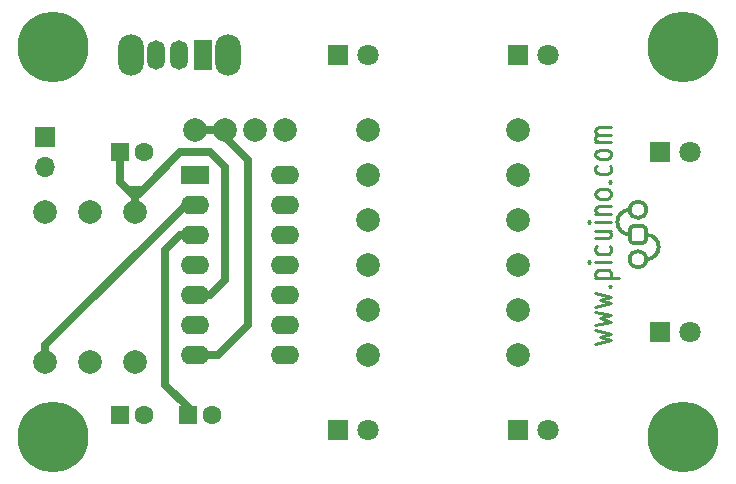
<source format=gbr>
%TF.GenerationSoftware,KiCad,Pcbnew,(5.1.12)-1*%
%TF.CreationDate,2022-03-14T19:12:09+01:00*%
%TF.ProjectId,electric-pcb-luces-led,656c6563-7472-4696-932d-7063622d6c75,R3*%
%TF.SameCoordinates,PX3072580PY3072580*%
%TF.FileFunction,Copper,L1,Top*%
%TF.FilePolarity,Positive*%
%FSLAX46Y46*%
G04 Gerber Fmt 4.6, Leading zero omitted, Abs format (unit mm)*
G04 Created by KiCad (PCBNEW (5.1.12)-1) date 2022-03-14 19:12:09*
%MOMM*%
%LPD*%
G01*
G04 APERTURE LIST*
%ADD10C,0.250000*%
%TA.AperFunction,EtchedComponent*%
%ADD11C,0.300000*%
%TD*%
%TA.AperFunction,ComponentPad*%
%ADD12C,6.000000*%
%TD*%
%TA.AperFunction,ComponentPad*%
%ADD13R,1.600000X1.600000*%
%TD*%
%TA.AperFunction,ComponentPad*%
%ADD14C,1.600000*%
%TD*%
%TA.AperFunction,ComponentPad*%
%ADD15C,2.000000*%
%TD*%
%TA.AperFunction,ComponentPad*%
%ADD16R,1.800000X1.800000*%
%TD*%
%TA.AperFunction,ComponentPad*%
%ADD17C,1.800000*%
%TD*%
%TA.AperFunction,ComponentPad*%
%ADD18O,2.400000X1.600000*%
%TD*%
%TA.AperFunction,ComponentPad*%
%ADD19R,2.400000X1.600000*%
%TD*%
%TA.AperFunction,ComponentPad*%
%ADD20O,2.200000X3.500000*%
%TD*%
%TA.AperFunction,ComponentPad*%
%ADD21O,1.500000X2.500000*%
%TD*%
%TA.AperFunction,ComponentPad*%
%ADD22R,1.500000X2.500000*%
%TD*%
%TA.AperFunction,ComponentPad*%
%ADD23O,1.700000X1.700000*%
%TD*%
%TA.AperFunction,ComponentPad*%
%ADD24R,1.700000X1.700000*%
%TD*%
%TA.AperFunction,Conductor*%
%ADD25C,0.635000*%
%TD*%
G04 APERTURE END LIST*
%TO.C,Picuino_Logo_B6*%
D10*
X49101428Y-28300000D02*
X50434761Y-28014285D01*
X49482380Y-27728571D01*
X50434761Y-27442857D01*
X49101428Y-27157142D01*
X49101428Y-26728571D02*
X50434761Y-26442857D01*
X49482380Y-26157142D01*
X50434761Y-25871428D01*
X49101428Y-25585714D01*
X49101428Y-25157142D02*
X50434761Y-24871428D01*
X49482380Y-24585714D01*
X50434761Y-24300000D01*
X49101428Y-24014285D01*
X50244285Y-23442857D02*
X50339523Y-23371428D01*
X50434761Y-23442857D01*
X50339523Y-23514285D01*
X50244285Y-23442857D01*
X50434761Y-23442857D01*
X49101428Y-22728571D02*
X51101428Y-22728571D01*
X49196666Y-22728571D02*
X49101428Y-22585714D01*
X49101428Y-22300000D01*
X49196666Y-22157142D01*
X49291904Y-22085714D01*
X49482380Y-22014285D01*
X50053809Y-22014285D01*
X50244285Y-22085714D01*
X50339523Y-22157142D01*
X50434761Y-22300000D01*
X50434761Y-22585714D01*
X50339523Y-22728571D01*
X50434761Y-21371428D02*
X49101428Y-21371428D01*
X48434761Y-21371428D02*
X48530000Y-21442857D01*
X48625238Y-21371428D01*
X48530000Y-21300000D01*
X48434761Y-21371428D01*
X48625238Y-21371428D01*
X50339523Y-20014285D02*
X50434761Y-20157142D01*
X50434761Y-20442857D01*
X50339523Y-20585714D01*
X50244285Y-20657142D01*
X50053809Y-20728571D01*
X49482380Y-20728571D01*
X49291904Y-20657142D01*
X49196666Y-20585714D01*
X49101428Y-20442857D01*
X49101428Y-20157142D01*
X49196666Y-20014285D01*
X49101428Y-18728571D02*
X50434761Y-18728571D01*
X49101428Y-19371428D02*
X50149047Y-19371428D01*
X50339523Y-19300000D01*
X50434761Y-19157142D01*
X50434761Y-18942857D01*
X50339523Y-18800000D01*
X50244285Y-18728571D01*
X50434761Y-18014285D02*
X49101428Y-18014285D01*
X48434761Y-18014285D02*
X48530000Y-18085714D01*
X48625238Y-18014285D01*
X48530000Y-17942857D01*
X48434761Y-18014285D01*
X48625238Y-18014285D01*
X49101428Y-17300000D02*
X50434761Y-17300000D01*
X49291904Y-17300000D02*
X49196666Y-17228571D01*
X49101428Y-17085714D01*
X49101428Y-16871428D01*
X49196666Y-16728571D01*
X49387142Y-16657142D01*
X50434761Y-16657142D01*
X50434761Y-15728571D02*
X50339523Y-15871428D01*
X50244285Y-15942857D01*
X50053809Y-16014285D01*
X49482380Y-16014285D01*
X49291904Y-15942857D01*
X49196666Y-15871428D01*
X49101428Y-15728571D01*
X49101428Y-15514285D01*
X49196666Y-15371428D01*
X49291904Y-15300000D01*
X49482380Y-15228571D01*
X50053809Y-15228571D01*
X50244285Y-15300000D01*
X50339523Y-15371428D01*
X50434761Y-15514285D01*
X50434761Y-15728571D01*
X50244285Y-14585714D02*
X50339523Y-14514285D01*
X50434761Y-14585714D01*
X50339523Y-14657142D01*
X50244285Y-14585714D01*
X50434761Y-14585714D01*
X50339523Y-13228571D02*
X50434761Y-13371428D01*
X50434761Y-13657142D01*
X50339523Y-13800000D01*
X50244285Y-13871428D01*
X50053809Y-13942857D01*
X49482380Y-13942857D01*
X49291904Y-13871428D01*
X49196666Y-13800000D01*
X49101428Y-13657142D01*
X49101428Y-13371428D01*
X49196666Y-13228571D01*
X50434761Y-12371428D02*
X50339523Y-12514285D01*
X50244285Y-12585714D01*
X50053809Y-12657142D01*
X49482380Y-12657142D01*
X49291904Y-12585714D01*
X49196666Y-12514285D01*
X49101428Y-12371428D01*
X49101428Y-12157142D01*
X49196666Y-12014285D01*
X49291904Y-11942857D01*
X49482380Y-11871428D01*
X50053809Y-11871428D01*
X50244285Y-11942857D01*
X50339523Y-12014285D01*
X50434761Y-12157142D01*
X50434761Y-12371428D01*
X50434761Y-11228571D02*
X49101428Y-11228571D01*
X49291904Y-11228571D02*
X49196666Y-11157142D01*
X49101428Y-11014285D01*
X49101428Y-10800000D01*
X49196666Y-10657142D01*
X49387142Y-10585714D01*
X50434761Y-10585714D01*
X49387142Y-10585714D02*
X49196666Y-10514285D01*
X49101428Y-10371428D01*
X49101428Y-10157142D01*
X49196666Y-10014285D01*
X49387142Y-9942857D01*
X50434761Y-9942857D01*
D11*
X53403500Y-21150580D02*
G75*
G03*
X53403500Y-21150580I-698500J0D01*
G01*
X53103780Y-19751040D02*
X52306220Y-19751040D01*
X53406040Y-18651220D02*
X53406040Y-19448780D01*
X52306220Y-18348960D02*
X53103780Y-18348960D01*
X52003960Y-19448780D02*
X52003960Y-18651220D01*
X53403500Y-16949420D02*
G75*
G03*
X53403500Y-16949420I-698500J0D01*
G01*
X52003960Y-19448780D02*
G75*
G03*
X52306220Y-19751040I302260J0D01*
G01*
X52306220Y-18348960D02*
G75*
G03*
X52003960Y-18651220I0J-302260D01*
G01*
X53406040Y-18651220D02*
G75*
G03*
X53103780Y-18348960I-302260J0D01*
G01*
X53103780Y-19751040D02*
G75*
G03*
X53406040Y-19448780I0J302260D01*
G01*
X54457600Y-20101560D02*
G75*
G03*
X53406040Y-19050000I-1051560J0D01*
G01*
X53406040Y-21150580D02*
G75*
G03*
X54455060Y-20101560I0J1049020D01*
G01*
X50952400Y-17998440D02*
G75*
G03*
X52003960Y-19050000I1051560J0D01*
G01*
X52003960Y-16949420D02*
G75*
G03*
X50954940Y-17998440I0J-1049020D01*
G01*
%TD*%
D12*
%TO.P,M3,*%
%TO.N,*%
X56515000Y-36195000D03*
%TD*%
%TO.P,M3,*%
%TO.N,*%
X3175000Y-36195000D03*
%TD*%
%TO.P,M3,*%
%TO.N,*%
X3175000Y-3175000D03*
%TD*%
%TO.P,M3,*%
%TO.N,*%
X56515000Y-3175000D03*
%TD*%
D13*
%TO.P,C1,1*%
%TO.N,Net-(C1-Pad1)*%
X8890000Y-34290000D03*
D14*
%TO.P,C1,2*%
%TO.N,GND*%
X10890000Y-34290000D03*
%TD*%
D15*
%TO.P,R3,1*%
%TO.N,Net-(R1-Pad2)*%
X2540000Y-29845000D03*
%TO.P,R3,2*%
%TO.N,Net-(C1-Pad1)*%
X2540000Y-17145000D03*
%TD*%
%TO.P,R1,1*%
%TO.N,Net-(D1-Pad1)*%
X42545000Y-10160000D03*
%TO.P,R1,2*%
%TO.N,Net-(R1-Pad2)*%
X29845000Y-10160000D03*
%TD*%
D13*
%TO.P,C2,1*%
%TO.N,Net-(C2-Pad1)*%
X14605000Y-34290000D03*
D14*
%TO.P,C2,2*%
%TO.N,GND*%
X16605000Y-34290000D03*
%TD*%
%TO.P,C3,2*%
%TO.N,GND*%
X10890000Y-12065000D03*
D13*
%TO.P,C3,1*%
%TO.N,Net-(C3-Pad1)*%
X8890000Y-12065000D03*
%TD*%
D15*
%TO.P,R5,2*%
%TO.N,Net-(R5-Pad2)*%
X29845000Y-21590000D03*
%TO.P,R5,1*%
%TO.N,Net-(D4-Pad1)*%
X42545000Y-21590000D03*
%TD*%
%TO.P,R6,1*%
%TO.N,Net-(R4-Pad2)*%
X6350000Y-29845000D03*
%TO.P,R6,2*%
%TO.N,Net-(C2-Pad1)*%
X6350000Y-17145000D03*
%TD*%
%TO.P,R7,2*%
%TO.N,Net-(R7-Pad2)*%
X29845000Y-25400000D03*
%TO.P,R7,1*%
%TO.N,Net-(D5-Pad1)*%
X42545000Y-25400000D03*
%TD*%
%TO.P,R8,1*%
%TO.N,Net-(D6-Pad1)*%
X42545000Y-29210000D03*
%TO.P,R8,2*%
%TO.N,Net-(R8-Pad2)*%
X29845000Y-29210000D03*
%TD*%
%TO.P,R9,2*%
%TO.N,Net-(C3-Pad1)*%
X10160000Y-17145000D03*
%TO.P,R9,1*%
%TO.N,Net-(R7-Pad2)*%
X10160000Y-29845000D03*
%TD*%
%TO.P,R4,2*%
%TO.N,Net-(R4-Pad2)*%
X29845000Y-17780000D03*
%TO.P,R4,1*%
%TO.N,Net-(D3-Pad1)*%
X42545000Y-17780000D03*
%TD*%
D16*
%TO.P,D1,1*%
%TO.N,Net-(D1-Pad1)*%
X27305000Y-3810000D03*
D17*
%TO.P,D1,2*%
%TO.N,+BATT*%
X29845000Y-3810000D03*
%TD*%
D16*
%TO.P,D2,1*%
%TO.N,Net-(D2-Pad1)*%
X42545000Y-3810000D03*
D17*
%TO.P,D2,2*%
%TO.N,+BATT*%
X45085000Y-3810000D03*
%TD*%
%TO.P,D3,2*%
%TO.N,+BATT*%
X57150000Y-12065000D03*
D16*
%TO.P,D3,1*%
%TO.N,Net-(D3-Pad1)*%
X54610000Y-12065000D03*
%TD*%
%TO.P,D4,1*%
%TO.N,Net-(D4-Pad1)*%
X54610000Y-27305000D03*
D17*
%TO.P,D4,2*%
%TO.N,+BATT*%
X57150000Y-27305000D03*
%TD*%
%TO.P,D5,2*%
%TO.N,+BATT*%
X45085000Y-35560000D03*
D16*
%TO.P,D5,1*%
%TO.N,Net-(D5-Pad1)*%
X42545000Y-35560000D03*
%TD*%
D17*
%TO.P,D6,2*%
%TO.N,+BATT*%
X29845000Y-35560000D03*
D16*
%TO.P,D6,1*%
%TO.N,Net-(D6-Pad1)*%
X27305000Y-35560000D03*
%TD*%
D18*
%TO.P,U1,14*%
%TO.N,+BATT*%
X22860000Y-13970000D03*
%TO.P,U1,7*%
%TO.N,GND*%
X15240000Y-29210000D03*
%TO.P,U1,13*%
%TO.N,Net-(R1-Pad2)*%
X22860000Y-16510000D03*
%TO.P,U1,6*%
%TO.N,Net-(R7-Pad2)*%
X15240000Y-26670000D03*
%TO.P,U1,12*%
%TO.N,Net-(R2-Pad2)*%
X22860000Y-19050000D03*
%TO.P,U1,5*%
%TO.N,Net-(C3-Pad1)*%
X15240000Y-24130000D03*
%TO.P,U1,11*%
%TO.N,Net-(R4-Pad2)*%
X22860000Y-21590000D03*
%TO.P,U1,4*%
X15240000Y-21590000D03*
%TO.P,U1,10*%
%TO.N,Net-(R5-Pad2)*%
X22860000Y-24130000D03*
%TO.P,U1,3*%
%TO.N,Net-(C2-Pad1)*%
X15240000Y-19050000D03*
%TO.P,U1,9*%
%TO.N,Net-(R7-Pad2)*%
X22860000Y-26670000D03*
%TO.P,U1,2*%
%TO.N,Net-(R1-Pad2)*%
X15240000Y-16510000D03*
%TO.P,U1,8*%
%TO.N,Net-(R8-Pad2)*%
X22860000Y-29210000D03*
D19*
%TO.P,U1,1*%
%TO.N,Net-(C1-Pad1)*%
X15240000Y-13970000D03*
%TD*%
D15*
%TO.P,R2,2*%
%TO.N,Net-(R2-Pad2)*%
X29845000Y-13970000D03*
%TO.P,R2,1*%
%TO.N,Net-(D2-Pad1)*%
X42545000Y-13970000D03*
%TD*%
D20*
%TO.P,SW1,*%
%TO.N,*%
X9775000Y-3810000D03*
X17975000Y-3810000D03*
D21*
%TO.P,SW1,3*%
%TO.N,Net-(SW1-Pad3)*%
X11875000Y-3810000D03*
%TO.P,SW1,2*%
%TO.N,Net-(BT1-Pad1)*%
X13875000Y-3810000D03*
D22*
%TO.P,SW1,1*%
%TO.N,+BATT*%
X15875000Y-3810000D03*
%TD*%
D23*
%TO.P,BT1,2*%
%TO.N,GND*%
X2540000Y-13335000D03*
D24*
%TO.P,BT1,1*%
%TO.N,Net-(BT1-Pad1)*%
X2540000Y-10795000D03*
%TD*%
D15*
%TO.P,C4,1*%
%TO.N,+BATT*%
X20320000Y-10160000D03*
%TO.P,C4,2*%
%TO.N,GND*%
X17780000Y-10160000D03*
X15240000Y-10160000D03*
%TO.P,C4,1*%
%TO.N,+BATT*%
X22860000Y-10160000D03*
%TD*%
D25*
%TO.N,Net-(R1-Pad2)*%
X2540000Y-28430787D02*
X14460787Y-16510000D01*
X2540000Y-29845000D02*
X2540000Y-28430787D01*
X14460787Y-16510000D02*
X15240000Y-16510000D01*
%TO.N,Net-(C3-Pad1)*%
X16510000Y-24130000D02*
X15240000Y-24130000D01*
X17780000Y-22860000D02*
X16510000Y-24130000D01*
X16510000Y-12065000D02*
X17780000Y-13335000D01*
X13970000Y-12065000D02*
X16510000Y-12065000D01*
X17780000Y-13335000D02*
X17780000Y-22860000D01*
X10160000Y-17145000D02*
X10160000Y-15875000D01*
X8890000Y-12065000D02*
X8890000Y-14605000D01*
X9525000Y-15240000D02*
X10795000Y-15240000D01*
X10160000Y-15875000D02*
X10795000Y-15240000D01*
X8890000Y-14605000D02*
X9525000Y-15240000D01*
X10795000Y-15240000D02*
X13970000Y-12065000D01*
X9525000Y-15240000D02*
X10160000Y-15875000D01*
%TO.N,Net-(C2-Pad1)*%
X14605000Y-34290000D02*
X14605000Y-33655000D01*
X14605000Y-33655000D02*
X12700000Y-31750000D01*
X12700000Y-31750000D02*
X12700000Y-20320000D01*
X13970000Y-19050000D02*
X15240000Y-19050000D01*
X12700000Y-20320000D02*
X13970000Y-19050000D01*
%TO.N,GND*%
X17145000Y-10160000D02*
X15360000Y-10160000D01*
X19685000Y-26670000D02*
X19685000Y-12700000D01*
X17145000Y-29210000D02*
X19685000Y-26670000D01*
X19685000Y-12700000D02*
X17145000Y-10160000D01*
X15240000Y-29210000D02*
X17145000Y-29210000D01*
%TD*%
M02*

</source>
